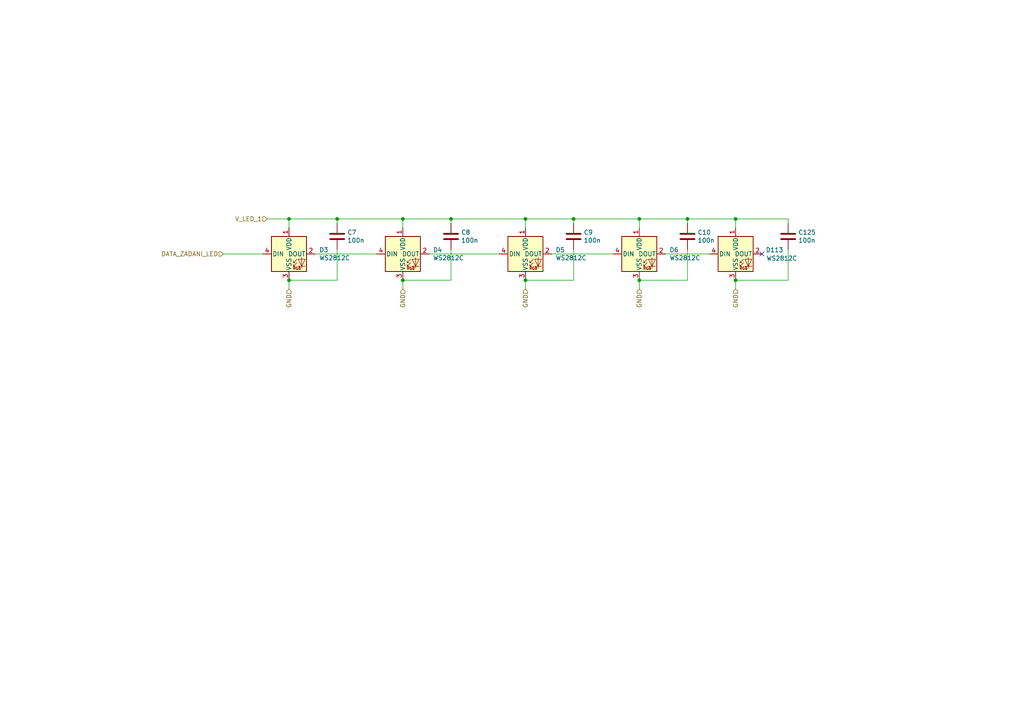
<source format=kicad_sch>
(kicad_sch (version 20230121) (generator eeschema)
  (paper "A4")
  (lib_symbols
    (symbol "Device:C" (pin_numbers hide) (pin_names (offset 0.254))
      (property "Reference" "C" (at 0.635 2.54 0))
      (property "Value" "C" (at 0.635 -2.54 0))
      (symbol "C_0_1"
        (polyline (pts (xy -2.032 -0.762) (xy 2.032 -0.762)) (stroke (width 0.508)))
        (polyline (pts (xy -2.032 0.762) (xy 2.032 0.762)) (stroke (width 0.508)))
      )
      (symbol "C_1_1"
        (pin passive line (at 0 3.81 270) (length 2.794) (name "~") (number "1"))
        (pin passive line (at 0 -3.81 90) (length 2.794) (name "~") (number "2"))
      )
    )
    (symbol "LED:WS2812B" (pin_names (offset 0.254))
      (property "Reference" "D" (at 5.08 5.715 0))
      (property "Value" "WS2812B" (at 1.27 -5.715 0))
      (symbol "WS2812B_0_0"
        (text "RGB" (at 2.286 -4.191 0) (effects (font (size 0.762 0.762))))
      )
      (symbol "WS2812B_0_1"
        (polyline (pts (xy 1.27 -3.556) (xy 1.778 -3.556)))
        (polyline (pts (xy 1.27 -2.54) (xy 1.778 -2.54)))
        (polyline (pts (xy 4.699 -3.556) (xy 2.667 -3.556)))
        (polyline (pts (xy 2.286 -2.54) (xy 1.27 -3.556) (xy 1.27 -3.048)))
        (polyline (pts (xy 2.286 -1.524) (xy 1.27 -2.54) (xy 1.27 -2.032)))
        (polyline (pts (xy 3.683 -1.016) (xy 3.683 -3.556) (xy 3.683 -4.064)))
        (polyline (pts (xy 4.699 -1.524) (xy 2.667 -1.524) (xy 3.683 -3.556) (xy 4.699 -1.524)))
        (rectangle (start 5.08 5.08) (end -5.08 -5.08) (stroke (width 0.254)) (fill (type background)))
      )
      (symbol "WS2812B_1_1"
        (pin power_in line (at 0 7.62 270) (length 2.54) (name "VDD") (number "1"))
        (pin output line (at 7.62 0 180) (length 2.54) (name "DOUT") (number "2"))
        (pin power_in line (at 0 -7.62 90) (length 2.54) (name "VSS") (number "3"))
        (pin input line (at -7.62 0 0) (length 2.54) (name "DIN") (number "4"))
      )
    )
  )
  (junction (at 213.36 63.5))
  (junction (at 152.4 63.5))
  (junction (at 166.37 63.5))
  (junction (at 83.82 63.5))
  (junction (at 116.84 63.5))
  (junction (at 199.39 63.5))
  (junction (at 130.81 63.5))
  (junction (at 213.36 81.28))
  (junction (at 185.42 81.28))
  (junction (at 116.84 81.28))
  (junction (at 83.82 81.28))
  (junction (at 152.4 81.28))
  (junction (at 97.79 63.5))
  (junction (at 185.42 63.5))
  (no_connect (at 220.98 73.66))
  (wire (pts (xy 228.6 72.39) (xy 228.6 81.28)))
  (wire (pts (xy 152.4 83.82) (xy 152.4 81.28)))
  (wire (pts (xy 193.04 73.66) (xy 205.74 73.66)))
  (wire (pts (xy 228.6 63.5) (xy 228.6 64.77)))
  (wire (pts (xy 130.81 63.5) (xy 130.81 64.77)))
  (wire (pts (xy 97.79 81.28) (xy 83.82 81.28)))
  (wire (pts (xy 130.81 81.28) (xy 116.84 81.28)))
  (wire (pts (xy 130.81 72.39) (xy 130.81 81.28)))
  (wire (pts (xy 83.82 63.5) (xy 97.79 63.5)))
  (wire (pts (xy 91.44 73.66) (xy 109.22 73.66)))
  (wire (pts (xy 116.84 63.5) (xy 97.79 63.5)))
  (wire (pts (xy 166.37 63.5) (xy 166.37 64.77)))
  (wire (pts (xy 124.46 73.66) (xy 144.78 73.66)))
  (wire (pts (xy 152.4 63.5) (xy 166.37 63.5)))
  (wire (pts (xy 64.77 73.66) (xy 76.2 73.66)))
  (wire (pts (xy 213.36 66.04) (xy 213.36 63.5)))
  (wire (pts (xy 83.82 83.82) (xy 83.82 81.28)))
  (wire (pts (xy 152.4 66.04) (xy 152.4 63.5)))
  (wire (pts (xy 166.37 72.39) (xy 166.37 81.28)))
  (wire (pts (xy 116.84 66.04) (xy 116.84 63.5)))
  (wire (pts (xy 116.84 83.82) (xy 116.84 81.28)))
  (wire (pts (xy 199.39 63.5) (xy 199.39 64.77)))
  (wire (pts (xy 97.79 72.39) (xy 97.79 81.28)))
  (wire (pts (xy 116.84 63.5) (xy 130.81 63.5)))
  (wire (pts (xy 185.42 83.82) (xy 185.42 81.28)))
  (wire (pts (xy 185.42 66.04) (xy 185.42 63.5)))
  (wire (pts (xy 185.42 63.5) (xy 199.39 63.5)))
  (wire (pts (xy 199.39 72.39) (xy 199.39 81.28)))
  (wire (pts (xy 213.36 63.5) (xy 228.6 63.5)))
  (wire (pts (xy 199.39 81.28) (xy 185.42 81.28)))
  (wire (pts (xy 228.6 81.28) (xy 213.36 81.28)))
  (wire (pts (xy 77.47 63.5) (xy 83.82 63.5)))
  (wire (pts (xy 130.81 63.5) (xy 152.4 63.5)))
  (wire (pts (xy 185.42 63.5) (xy 166.37 63.5)))
  (wire (pts (xy 213.36 83.82) (xy 213.36 81.28)))
  (wire (pts (xy 83.82 66.04) (xy 83.82 63.5)))
  (wire (pts (xy 160.02 73.66) (xy 177.8 73.66)))
  (wire (pts (xy 166.37 81.28) (xy 152.4 81.28)))
  (wire (pts (xy 199.39 63.5) (xy 213.36 63.5)))
  (wire (pts (xy 97.79 63.5) (xy 97.79 64.77)))
  (hierarchical_label "GND" (shape input) (at 185.42 83.82 270))
  (hierarchical_label "DATA_ZADANI_LED" (shape input) (at 64.77 73.66 180))
  (hierarchical_label "GND" (shape input) (at 213.36 83.82 270))
  (hierarchical_label "GND" (shape input) (at 83.82 83.82 270))
  (hierarchical_label "V_LED_1" (shape input) (at 77.47 63.5 180))
  (hierarchical_label "GND" (shape input) (at 152.4 83.82 270))
  (hierarchical_label "GND" (shape input) (at 116.84 83.82 270))
  (symbol (lib_id "LED:WS2812B") (at 83.82 73.66 0) (unit 1)
    (property "Reference" "D3" (at 92.5576 72.4916 0) (effects (justify left)))
    (property "Value" "WS2812C" (at 92.5576 74.803 0) (effects (justify left)))
    (property "Footprint" "LED_SMD:LED_WS2812B_PLCC4_5.0x5.0mm_P3.2mm" (effects hide))
    (property "Datasheet" "https://cdn-shop.adafruit.com/datasheets/WS2812B.pdf" (effects hide))
    (property "LCSC" "C2761796" (effects hide))
    (property "JLCPCB_CORRECTION" "0;0;270" (effects hide))
  )
  (symbol (lib_id "Device:C") (at 97.79 68.58 0) (unit 1)
    (property "Reference" "C7" (at 100.711 67.4116 0) (effects (justify left)))
    (property "Value" "100n" (at 100.711 69.723 0) (effects (justify left)))
    (property "Footprint" "Capacitor_SMD:C_0402_1005Metric" (effects hide))
    (property "LCSC" "C1525" (effects hide))
    (property "JLCPCB_CORRECTION" "0;0;0" (effects hide))
  )
  (symbol (lib_id "LED:WS2812B") (at 116.84 73.66 0) (unit 1)
    (property "Reference" "D4" (at 125.5776 72.4916 0) (effects (justify left)))
    (property "Value" "WS2812C" (at 125.5776 74.803 0) (effects (justify left)))
    (property "Footprint" "LED_SMD:LED_WS2812B_PLCC4_5.0x5.0mm_P3.2mm" (effects hide))
    (property "Datasheet" "https://cdn-shop.adafruit.com/datasheets/WS2812B.pdf" (effects hide))
    (property "LCSC" "C2761796" (effects hide))
    (property "JLCPCB_CORRECTION" "0;0;270" (effects hide))
  )
  (symbol (lib_id "Device:C") (at 130.81 68.58 0) (unit 1)
    (property "Reference" "C8" (at 133.731 67.4116 0) (effects (justify left)))
    (property "Value" "100n" (at 133.731 69.723 0) (effects (justify left)))
    (property "Footprint" "Capacitor_SMD:C_0402_1005Metric" (effects hide))
    (property "LCSC" "C1525" (effects hide))
    (property "JLCPCB_CORRECTION" "0;0;0" (effects hide))
  )
  (symbol (lib_id "LED:WS2812B") (at 152.4 73.66 0) (unit 1)
    (property "Reference" "D5" (at 161.1376 72.4916 0) (effects (justify left)))
    (property "Value" "WS2812C" (at 161.1376 74.803 0) (effects (justify left)))
    (property "Footprint" "LED_SMD:LED_WS2812B_PLCC4_5.0x5.0mm_P3.2mm" (effects hide))
    (property "Datasheet" "https://cdn-shop.adafruit.com/datasheets/WS2812B.pdf" (effects hide))
    (property "LCSC" "C2761796" (effects hide))
    (property "JLCPCB_CORRECTION" "0;0;270" (effects hide))
  )
  (symbol (lib_id "Device:C") (at 166.37 68.58 0) (unit 1)
    (property "Reference" "C9" (at 169.291 67.4116 0) (effects (justify left)))
    (property "Value" "100n" (at 169.291 69.723 0) (effects (justify left)))
    (property "Footprint" "Capacitor_SMD:C_0402_1005Metric" (effects hide))
    (property "LCSC" "C1525" (effects hide))
    (property "JLCPCB_CORRECTION" "0;0;0" (effects hide))
  )
  (symbol (lib_id "LED:WS2812B") (at 185.42 73.66 0) (unit 1)
    (property "Reference" "D6" (at 194.1576 72.4916 0) (effects (justify left)))
    (property "Value" "WS2812C" (at 194.1576 74.803 0) (effects (justify left)))
    (property "Footprint" "LED_SMD:LED_WS2812B_PLCC4_5.0x5.0mm_P3.2mm" (effects hide))
    (property "Datasheet" "https://cdn-shop.adafruit.com/datasheets/WS2812B.pdf" (effects hide))
    (property "LCSC" "C2761796" (effects hide))
    (property "JLCPCB_CORRECTION" "0;0;270" (effects hide))
  )
  (symbol (lib_id "Device:C") (at 199.39 68.58 0) (unit 1)
    (property "Reference" "C10" (at 202.311 67.4116 0) (effects (justify left)))
    (property "Value" "100n" (at 202.311 69.723 0) (effects (justify left)))
    (property "Footprint" "Capacitor_SMD:C_0402_1005Metric" (effects hide))
    (property "LCSC" "C1525" (effects hide))
    (property "JLCPCB_CORRECTION" "0;0;0" (effects hide))
  )
  (symbol (lib_id "LED:WS2812B") (at 213.36 73.66 0) (unit 1)
    (property "Reference" "D113" (at 222.0976 72.4916 0) (effects (justify left)))
    (property "Value" "WS2812C" (at 222.25 74.93 0) (effects (justify left)))
    (property "Footprint" "LED_SMD:LED_WS2812B_PLCC4_5.0x5.0mm_P3.2mm" (effects hide))
    (property "Datasheet" "https://cdn-shop.adafruit.com/datasheets/WS2812B.pdf" (effects hide))
    (property "LCSC" "C2761796" (effects hide))
    (property "JLCPCB_CORRECTION" "0;0;270" (effects hide))
  )
  (symbol (lib_id "Device:C") (at 228.6 68.58 0) (unit 1)
    (property "Reference" "C125" (at 231.521 67.4116 0) (effects (justify left)))
    (property "Value" "100n" (at 231.521 69.723 0) (effects (justify left)))
    (property "Footprint" "Capacitor_SMD:C_0402_1005Metric" (effects hide))
    (property "LCSC" "C1525" (effects hide))
    (property "JLCPCB_CORRECTION" "0;0;0" (effects hide))
  )
)
</source>
